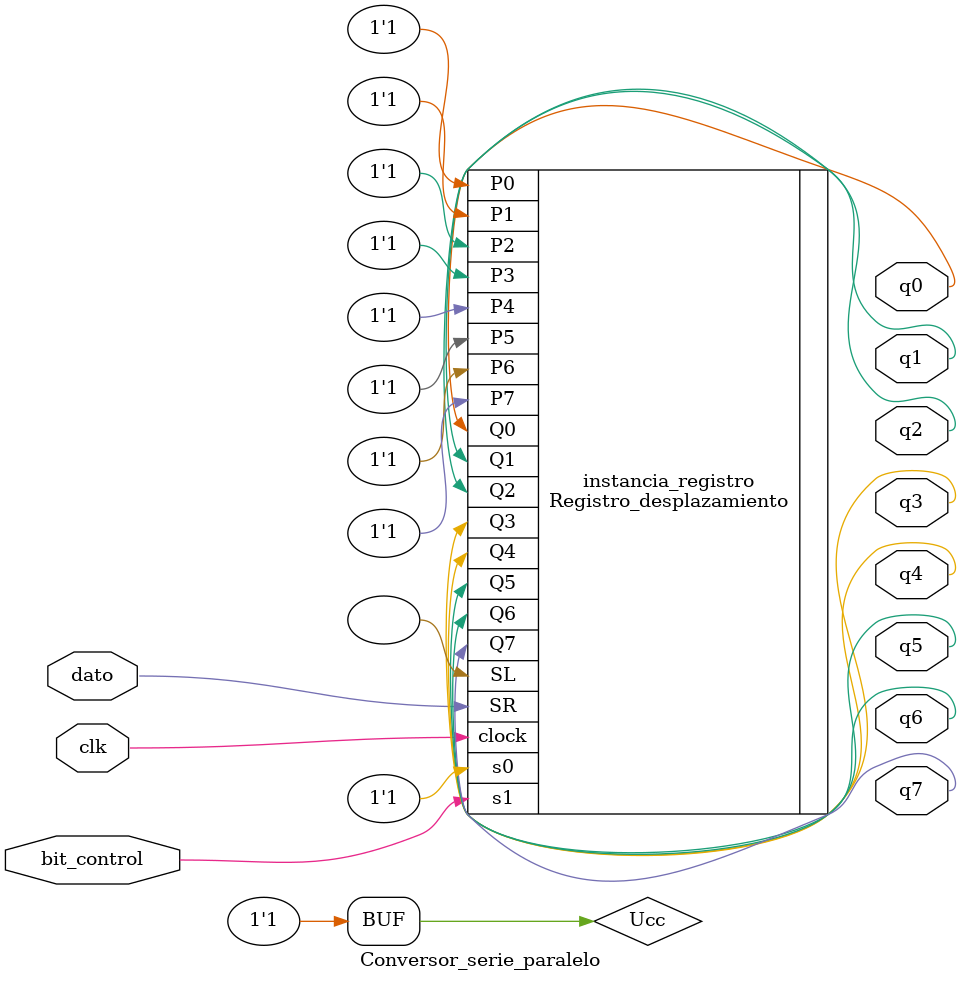
<source format=v>
`timescale 1ns / 1ps
module Conversor_serie_paralelo(
    input dato, clk, bit_control,
	 output q0,q1,q2,q3,q4,q5,q6,q7
	 );
	 wire Ucc;
	 assign Ucc=1;
	 
	 
	 Registro_desplazamiento instancia_registro(
	 .s0(Ucc), .s1(bit_control),.clock(clk),.SR(dato),.SL(),.P0(Ucc),.P1(Ucc),.P2(Ucc),.P3(Ucc),.P4(Ucc),.P5(Ucc),.P6(Ucc),.P7(Ucc),
	 .Q0(q0),.Q1(q1),.Q2(q2),.Q3(q3),.Q4(q4),.Q5(q5),.Q6(q6),.Q7(q7)
    ); 	 							//so, P0 y Q0 son MSB
	 

endmodule

</source>
